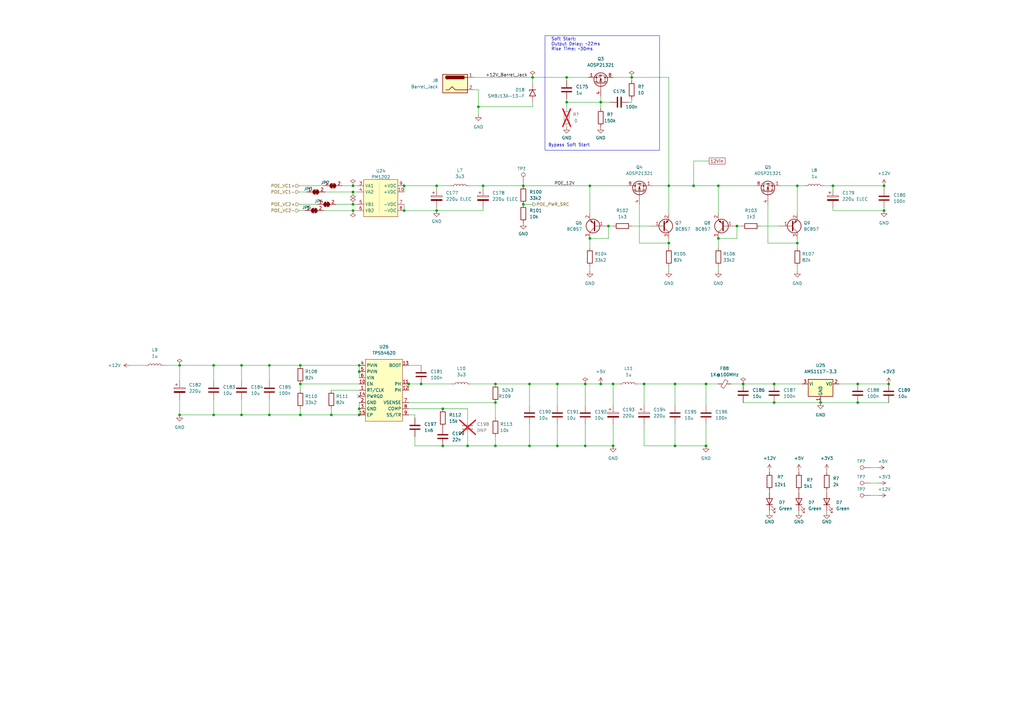
<source format=kicad_sch>
(kicad_sch (version 20230121) (generator eeschema)
  (paper "A3")
  (title_block (title "digital supply") (date "2023-11-27") (rev "r0_3") (company "M-Labs Limited") (comment 1 "Linus Woo Chun Kit"))
  (junction (at 259.08 31.75))
  (junction (at 87.63 149.86))
  (junction (at 179.07 86.36))
  (junction (at 165.735 86.36))
  (junction (at 364.49 157.48))
  (junction (at 241.935 97.79))
  (junction (at 276.86 157.48))
  (junction (at 144.78 76.2))
  (junction (at 181.61 182.88))
  (junction (at 274.32 99.695))
  (junction (at 147.32 167.64))
  (junction (at 241.935 76.2))
  (junction (at 251.46 182.88))
  (junction (at 181.61 167.64))
  (junction (at 144.78 83.82))
  (junction (at 284.48 76.2))
  (junction (at 246.38 157.48))
  (junction (at 317.5 165.1))
  (junction (at 228.6 157.48))
  (junction (at 203.2 157.48))
  (junction (at 362.585 86.36))
  (junction (at 251.46 157.48))
  (junction (at 110.49 170.18))
  (junction (at 144.78 86.36))
  (junction (at 167.64 157.48))
  (junction (at 274.32 76.2))
  (junction (at 135.89 170.18))
  (junction (at 73.66 170.18))
  (junction (at 214.63 83.82))
  (junction (at 302.26 92.71))
  (junction (at 246.38 41.91))
  (junction (at 196.215 43.815))
  (junction (at 240.03 182.88))
  (junction (at 147.32 149.86))
  (junction (at 203.2 182.88))
  (junction (at 336.55 165.1))
  (junction (at 240.03 157.48))
  (junction (at 249.555 92.71))
  (junction (at 110.49 149.86))
  (junction (at 351.79 165.1))
  (junction (at 294.64 97.79))
  (junction (at 123.19 170.18))
  (junction (at 317.5 157.48))
  (junction (at 289.56 157.48))
  (junction (at 351.79 157.48))
  (junction (at 203.2 165.1))
  (junction (at 327.025 76.2))
  (junction (at 217.17 182.88))
  (junction (at 214.63 76.2))
  (junction (at 304.8 157.48))
  (junction (at 217.17 157.48))
  (junction (at 179.07 76.2))
  (junction (at 87.63 170.18))
  (junction (at 232.41 31.75))
  (junction (at 362.585 76.2))
  (junction (at 144.78 78.74))
  (junction (at 123.19 149.86))
  (junction (at 341.63 76.2))
  (junction (at 73.66 149.86))
  (junction (at 165.735 76.2))
  (junction (at 218.44 31.75))
  (junction (at 327.025 99.695))
  (junction (at 99.06 170.18))
  (junction (at 294.64 76.2))
  (junction (at 289.56 182.88))
  (junction (at 232.41 41.91))
  (junction (at 147.32 152.4))
  (junction (at 228.6 182.88))
  (junction (at 191.77 182.88))
  (junction (at 99.06 149.86))
  (junction (at 123.19 157.48))
  (junction (at 276.86 182.88))
  (junction (at 147.32 170.18))
  (junction (at 172.72 157.48))
  (junction (at 198.12 76.2))
  (junction (at 264.16 157.48))
  (no_connect (at 147.32 162.56))
  (wire (pts (xy 337.82 76.2) (xy 341.63 76.2)))
  (wire (pts (xy 135.89 167.64) (xy 135.89 170.18)))
  (wire (pts (xy 294.64 76.2) (xy 309.88 76.2)))
  (wire (pts (xy 362.585 77.47) (xy 362.585 76.2)))
  (wire (pts (xy 87.63 149.86) (xy 99.06 149.86)))
  (wire (pts (xy 147.32 165.1) (xy 147.32 167.64)))
  (wire (pts (xy 165.735 86.36) (xy 179.07 86.36)))
  (wire (pts (xy 144.78 83.82) (xy 146.685 83.82)))
  (wire (pts (xy 140.335 76.2) (xy 144.78 76.2)))
  (wire (pts (xy 327.025 76.2) (xy 327.025 87.63)))
  (wire (pts (xy 110.49 149.86) (xy 123.19 149.86)))
  (wire (pts (xy 99.06 163.83) (xy 99.06 170.18)))
  (wire (pts (xy 339.09 209.55) (xy 339.09 210.185)))
  (wire (pts (xy 264.16 157.48) (xy 276.86 157.48)))
  (wire (pts (xy 241.935 76.2) (xy 257.175 76.2)))
  (wire (pts (xy 165.735 83.82) (xy 165.735 86.36)))
  (wire (pts (xy 294.64 97.79) (xy 294.64 101.6)))
  (wire (pts (xy 135.89 160.02) (xy 147.32 160.02)))
  (wire (pts (xy 228.6 182.88) (xy 240.03 182.88)))
  (wire (pts (xy 327.025 99.695) (xy 327.025 101.6)))
  (wire (pts (xy 218.44 31.75) (xy 194.31 31.75)))
  (wire (pts (xy 99.06 170.18) (xy 110.49 170.18)))
  (wire (pts (xy 110.49 170.18) (xy 123.19 170.18)))
  (wire (pts (xy 232.41 41.91) (xy 232.41 44.45)))
  (wire (pts (xy 192.405 76.2) (xy 198.12 76.2)))
  (wire (pts (xy 274.32 76.2) (xy 284.48 76.2)))
  (wire (pts (xy 341.63 76.2) (xy 362.585 76.2)))
  (wire (pts (xy 304.8 165.1) (xy 317.5 165.1)))
  (wire (pts (xy 170.18 179.07) (xy 170.18 182.88)))
  (wire (pts (xy 203.2 182.88) (xy 203.2 179.07)))
  (wire (pts (xy 181.61 167.64) (xy 191.77 167.64)))
  (wire (pts (xy 217.17 157.48) (xy 217.17 166.37)))
  (wire (pts (xy 53.34 149.86) (xy 59.69 149.86)))
  (wire (pts (xy 267.335 76.2) (xy 274.32 76.2)))
  (wire (pts (xy 122.555 83.82) (xy 130.175 83.82)))
  (wire (pts (xy 246.38 41.91) (xy 250.19 41.91)))
  (wire (pts (xy 147.32 149.86) (xy 147.32 152.4)))
  (wire (pts (xy 167.64 149.86) (xy 172.72 149.86)))
  (wire (pts (xy 123.19 157.48) (xy 123.19 160.02)))
  (wire (pts (xy 123.19 167.64) (xy 123.19 170.18)))
  (wire (pts (xy 73.66 163.83) (xy 73.66 170.18)))
  (wire (pts (xy 240.03 157.48) (xy 240.03 166.37)))
  (wire (pts (xy 132.715 86.36) (xy 144.78 86.36)))
  (wire (pts (xy 251.46 182.88) (xy 251.46 173.99)))
  (wire (pts (xy 259.08 40.64) (xy 259.08 41.91)))
  (wire (pts (xy 317.5 157.48) (xy 328.93 157.48)))
  (wire (pts (xy 276.86 157.48) (xy 289.56 157.48)))
  (wire (pts (xy 99.06 149.86) (xy 110.49 149.86)))
  (wire (pts (xy 320.04 76.2) (xy 327.025 76.2)))
  (wire (pts (xy 167.64 165.1) (xy 203.2 165.1)))
  (wire (pts (xy 284.48 76.2) (xy 294.64 76.2)))
  (wire (pts (xy 289.56 173.99) (xy 289.56 182.88)))
  (wire (pts (xy 251.46 157.48) (xy 251.46 166.37)))
  (wire (pts (xy 274.32 76.2) (xy 274.32 87.63)))
  (wire (pts (xy 123.19 157.48) (xy 147.32 157.48)))
  (wire (pts (xy 196.215 36.83) (xy 194.31 36.83)))
  (wire (pts (xy 218.44 41.91) (xy 218.44 43.815)))
  (wire (pts (xy 87.63 170.18) (xy 99.06 170.18)))
  (wire (pts (xy 135.89 170.18) (xy 147.32 170.18)))
  (wire (pts (xy 351.79 157.48) (xy 364.49 157.48)))
  (wire (pts (xy 179.07 76.2) (xy 179.07 77.47)))
  (wire (pts (xy 327.025 76.2) (xy 330.2 76.2)))
  (wire (pts (xy 123.19 149.86) (xy 147.32 149.86)))
  (wire (pts (xy 276.86 166.37) (xy 276.86 157.48)))
  (wire (pts (xy 144.78 78.74) (xy 146.685 78.74)))
  (wire (pts (xy 276.86 182.88) (xy 289.56 182.88)))
  (wire (pts (xy 232.41 40.64) (xy 232.41 41.91)))
  (wire (pts (xy 73.66 156.21) (xy 73.66 149.86)))
  (wire (pts (xy 232.41 41.91) (xy 246.38 41.91)))
  (wire (pts (xy 214.63 74.93) (xy 214.63 76.2)))
  (wire (pts (xy 198.12 76.2) (xy 214.63 76.2)))
  (wire (pts (xy 294.64 109.22) (xy 294.64 111.125)))
  (wire (pts (xy 122.555 86.36) (xy 125.095 86.36)))
  (wire (pts (xy 259.08 31.75) (xy 259.08 33.02)))
  (wire (pts (xy 217.17 157.48) (xy 228.6 157.48)))
  (wire (pts (xy 232.41 31.75) (xy 232.41 33.02)))
  (wire (pts (xy 259.08 41.91) (xy 257.81 41.91)))
  (wire (pts (xy 356.87 203.2) (xy 360.68 203.2)))
  (wire (pts (xy 246.38 39.37) (xy 246.38 41.91)))
  (wire (pts (xy 362.585 85.09) (xy 362.585 86.36)))
  (wire (pts (xy 203.2 157.48) (xy 217.17 157.48)))
  (wire (pts (xy 344.17 157.48) (xy 351.79 157.48)))
  (wire (pts (xy 123.19 170.18) (xy 135.89 170.18)))
  (wire (pts (xy 339.09 193.675) (xy 339.09 193.04)))
  (wire (pts (xy 198.12 76.2) (xy 198.12 77.47)))
  (wire (pts (xy 170.18 182.88) (xy 181.61 182.88)))
  (wire (pts (xy 294.64 76.2) (xy 294.64 87.63)))
  (wire (pts (xy 284.48 66.04) (xy 284.48 76.2)))
  (wire (pts (xy 290.83 66.04) (xy 284.48 66.04)))
  (wire (pts (xy 218.44 31.75) (xy 218.44 34.29)))
  (wire (pts (xy 191.77 182.88) (xy 203.2 182.88)))
  (wire (pts (xy 172.72 157.48) (xy 185.42 157.48)))
  (wire (pts (xy 261.62 157.48) (xy 264.16 157.48)))
  (wire (pts (xy 315.595 201.93) (xy 315.595 201.295)))
  (wire (pts (xy 251.46 31.75) (xy 259.08 31.75)))
  (wire (pts (xy 327.025 109.22) (xy 327.025 111.125)))
  (wire (pts (xy 110.49 163.83) (xy 110.49 170.18)))
  (wire (pts (xy 314.96 99.695) (xy 327.025 99.695)))
  (wire (pts (xy 249.555 92.71) (xy 251.46 92.71)))
  (wire (pts (xy 341.63 76.2) (xy 341.63 77.47)))
  (wire (pts (xy 203.2 182.88) (xy 217.17 182.88)))
  (wire (pts (xy 254 157.48) (xy 251.46 157.48)))
  (wire (pts (xy 360.045 191.77) (xy 356.87 191.77)))
  (wire (pts (xy 196.215 43.815) (xy 218.44 43.815)))
  (wire (pts (xy 246.38 41.91) (xy 246.38 44.45)))
  (wire (pts (xy 241.935 97.79) (xy 241.935 101.6)))
  (wire (pts (xy 198.12 85.09) (xy 198.12 86.36)))
  (wire (pts (xy 241.935 76.2) (xy 241.935 87.63)))
  (wire (pts (xy 314.96 83.82) (xy 314.96 99.695)))
  (wire (pts (xy 228.6 157.48) (xy 240.03 157.48)))
  (wire (pts (xy 264.16 182.88) (xy 264.16 173.99)))
  (wire (pts (xy 73.66 149.86) (xy 87.63 149.86)))
  (wire (pts (xy 315.595 193.675) (xy 315.595 193.04)))
  (wire (pts (xy 262.255 83.82) (xy 262.255 99.695)))
  (wire (pts (xy 179.07 86.36) (xy 179.07 85.09)))
  (wire (pts (xy 179.07 76.2) (xy 184.785 76.2)))
  (wire (pts (xy 147.32 167.64) (xy 147.32 170.18)))
  (wire (pts (xy 299.72 157.48) (xy 304.8 157.48)))
  (wire (pts (xy 196.215 43.815) (xy 196.215 36.83)))
  (wire (pts (xy 274.32 109.22) (xy 274.32 111.125)))
  (wire (pts (xy 241.935 109.22) (xy 241.935 111.125)))
  (wire (pts (xy 144.78 76.2) (xy 146.685 76.2)))
  (wire (pts (xy 232.41 31.75) (xy 241.3 31.75)))
  (wire (pts (xy 87.63 149.86) (xy 87.63 156.21)))
  (wire (pts (xy 165.735 76.2) (xy 165.735 78.74)))
  (wire (pts (xy 317.5 165.1) (xy 336.55 165.1)))
  (wire (pts (xy 203.2 171.45) (xy 203.2 165.1)))
  (wire (pts (xy 339.09 201.295) (xy 339.09 201.93)))
  (wire (pts (xy 167.64 157.48) (xy 172.72 157.48)))
  (wire (pts (xy 122.555 76.2) (xy 132.715 76.2)))
  (wire (pts (xy 137.795 83.82) (xy 144.78 83.82)))
  (wire (pts (xy 147.32 152.4) (xy 147.32 154.94)))
  (wire (pts (xy 170.18 170.18) (xy 170.18 171.45)))
  (wire (pts (xy 193.04 157.48) (xy 203.2 157.48)))
  (wire (pts (xy 241.935 97.79) (xy 249.555 97.79)))
  (wire (pts (xy 133.35 78.74) (xy 144.78 78.74)))
  (wire (pts (xy 198.12 86.36) (xy 179.07 86.36)))
  (wire (pts (xy 214.63 83.82) (xy 218.44 83.82)))
  (wire (pts (xy 144.78 86.36) (xy 146.685 86.36)))
  (wire (pts (xy 327.66 193.04) (xy 327.66 193.675)))
  (wire (pts (xy 228.6 157.48) (xy 228.6 166.37)))
  (wire (pts (xy 218.44 31.75) (xy 232.41 31.75)))
  (wire (pts (xy 264.16 182.88) (xy 276.86 182.88)))
  (wire (pts (xy 87.63 163.83) (xy 87.63 170.18)))
  (wire (pts (xy 191.77 182.88) (xy 191.77 179.07)))
  (wire (pts (xy 249.555 97.79) (xy 249.555 92.71)))
  (wire (pts (xy 294.64 97.79) (xy 302.26 97.79)))
  (wire (pts (xy 240.03 173.99) (xy 240.03 182.88)))
  (wire (pts (xy 217.17 173.99) (xy 217.17 182.88)))
  (wire (pts (xy 167.64 170.18) (xy 170.18 170.18)))
  (wire (pts (xy 327.025 97.79) (xy 327.025 99.695)))
  (wire (pts (xy 165.735 76.2) (xy 179.07 76.2)))
  (wire (pts (xy 315.595 210.185) (xy 315.595 209.55)))
  (wire (pts (xy 246.38 157.48) (xy 251.46 157.48)))
  (wire (pts (xy 181.61 182.88) (xy 191.77 182.88)))
  (wire (pts (xy 341.63 86.36) (xy 362.585 86.36)))
  (wire (pts (xy 327.66 210.185) (xy 327.66 209.55)))
  (wire (pts (xy 73.66 170.18) (xy 87.63 170.18)))
  (wire (pts (xy 276.86 173.99) (xy 276.86 182.88)))
  (wire (pts (xy 302.26 92.71) (xy 304.165 92.71)))
  (wire (pts (xy 67.31 149.86) (xy 73.66 149.86)))
  (wire (pts (xy 228.6 173.99) (xy 228.6 182.88)))
  (wire (pts (xy 110.49 149.86) (xy 110.49 156.21)))
  (wire (pts (xy 264.16 166.37) (xy 264.16 157.48)))
  (wire (pts (xy 191.77 167.64) (xy 191.77 171.45)))
  (wire (pts (xy 327.66 201.93) (xy 327.66 201.295)))
  (wire (pts (xy 360.68 198.12) (xy 356.87 198.12)))
  (wire (pts (xy 240.03 182.88) (xy 251.46 182.88)))
  (wire (pts (xy 274.32 99.695) (xy 274.32 101.6)))
  (wire (pts (xy 122.555 78.74) (xy 125.73 78.74)))
  (wire (pts (xy 262.255 99.695) (xy 274.32 99.695)))
  (wire (pts (xy 341.63 86.36) (xy 341.63 85.09)))
  (wire (pts (xy 351.79 165.1) (xy 364.49 165.1)))
  (wire (pts (xy 167.64 167.64) (xy 181.61 167.64)))
  (wire (pts (xy 304.8 157.48) (xy 317.5 157.48)))
  (wire (pts (xy 274.32 31.75) (xy 274.32 76.2)))
  (wire (pts (xy 259.08 92.71) (xy 266.7 92.71)))
  (wire (pts (xy 99.06 156.21) (xy 99.06 149.86)))
  (wire (pts (xy 311.785 92.71) (xy 319.405 92.71)))
  (wire (pts (xy 289.56 157.48) (xy 294.64 157.48)))
  (wire (pts (xy 302.26 97.79) (xy 302.26 92.71)))
  (wire (pts (xy 167.64 157.48) (xy 167.64 160.02)))
  (wire (pts (xy 259.08 31.75) (xy 274.32 31.75)))
  (wire (pts (xy 214.63 76.2) (xy 241.935 76.2)))
  (wire (pts (xy 274.32 97.79) (xy 274.32 99.695)))
  (wire (pts (xy 240.03 157.48) (xy 246.38 157.48)))
  (wire (pts (xy 217.17 182.88) (xy 228.6 182.88)))
  (wire (pts (xy 196.215 46.99) (xy 196.215 43.815)))
  (wire (pts (xy 289.56 166.37) (xy 289.56 157.48)))
  (wire (pts (xy 336.55 165.1) (xy 351.79 165.1)))
  (rectangle (start 223.52 14.605) (end 270.51 61.595))
  (text "Bypass Soft Start" (at 241.935 60.325 0) (effects (font (size 1.27 1.27)) (justify right bottom)))
  (text "Soft Start:\nOutput Delay: ~22ms\nRise Time: ~30ms\n" (at 226.06 20.955 0) (effects (font (size 1.27 1.27)) (justify left bottom)))
  (label "POE_12V" (at 227.33 76.2 0))
  (label "+12V_Barrel_Jack" (at 199.136 31.75 0))
  (global_label "12Vin" (shape passive) (at 290.83 66.04 0) (property "Intersheetrefs" "${INTERSHEET_REFS}" (effects hide)))
  (hierarchical_label "POE_PWR_SRC" (shape output) (at 218.44 83.82 0))
  (hierarchical_label "POE_VC2+" (shape input) (at 122.555 83.82 180))
  (hierarchical_label "POE_VC2-" (shape input) (at 122.555 86.36 180))
  (hierarchical_label "POE_VC1-" (shape input) (at 122.555 78.74 180))
  (hierarchical_label "POE_VC1+" (shape input) (at 122.555 76.2 180))
  (symbol (lib_id "Device:L") (at 189.23 157.48 90) (unit 1)
    (property "Reference" "L10" (at 189.23 151.13 90))
    (property "Value" "3u3" (at 189.23 153.67 90))
    (property "Footprint" "Inductor_SMD:L_Wuerth_MAPI-4020" (effects hide))
    (property "MFR_PN" "74438356033" (effects hide))
  )
  (symbol (lib_id "Device:C") (at 276.86 170.18 0) (unit 1)
    (property "Reference" "C195" (at 280.67 168.9099 0) (effects (justify left)))
    (property "Value" "10u" (at 280.67 171.4499 0) (effects (justify left)))
    (property "Footprint" "Capacitor_SMD:C_0805_2012Metric" (effects hide))
    (property "MFR_PN" "CL21B106KOQNNNG" (effects hide))
    (property "MFR_PN_ALT" "CL21B106KOQNNNE" (effects hide))
  )
  (symbol (lib_id "Device:C") (at 362.585 81.28 0) (unit 1)
    (property "Reference" "C180" (at 366.395 80.0099 0) (effects (justify left)))
    (property "Value" "100n" (at 366.395 82.5499 0) (effects (justify left)))
    (property "Footprint" "Capacitor_SMD:C_0603_1608Metric" (effects hide))
    (property "MFR_PN" "CL10B104KB8NNWC" (effects hide))
    (property "MFR_PN_ALT" "CL10B104KB8NNNL" (effects hide))
  )
  (symbol (lib_id "power:+5V") (at 327.66 193.04 0) (unit 1)
    (property "Reference" "#PWR0211" (effects hide))
    (property "Value" "+5V" (at 327.66 187.96 0))
  )
  (symbol (lib_id "Jumper:SolderJumper_2_Bridged") (at 136.525 76.2 0) (unit 1) (in_bom no)
    (property "Reference" "JP2" (at 133.35 74.93 0))
    (property "Value" "SolderJumper_2_Bridged" (effects hide))
    (property "Footprint" "Jumper:SolderJumper-2_P1.3mm_Bridged2Bar_Pad1.0x1.5mm" (effects hide))
  )
  (symbol (lib_id "Device:C_Polarized") (at 341.63 81.28 0) (unit 1)
    (property "Reference" "C179" (at 345.44 79.121 0) (effects (justify left)))
    (property "Value" "220u ELEC" (at 345.44 81.661 0) (effects (justify left)))
    (property "Footprint" "kirdy:Cap_Elec_SMD_865080345012" (effects hide))
    (property "MFR_PN" "865080345012" (effects hide))
  )
  (symbol (lib_id "Device:C_Polarized") (at 179.07 81.28 0) (unit 1)
    (property "Reference" "C177" (at 182.88 79.121 0) (effects (justify left)))
    (property "Value" "220u ELEC" (at 182.88 81.661 0) (effects (justify left)))
    (property "Footprint" "kirdy:Cap_Elec_SMD_865080345012" (effects hide))
    (property "MFR_PN" "865080345012" (effects hide))
    (instances (project "kirdy" (path "" (reference "C177") (unit 1)) (path "" (reference "C?") (unit 1))))
  )
  (symbol (lib_id "Device:R") (at 294.64 105.41 0) (unit 1)
    (property "Reference" "R106" (at 296.545 104.1399 0) (effects (justify left)))
    (property "Value" "33k2" (at 296.545 106.6799 0) (effects (justify left)))
    (property "Footprint" "Resistor_SMD:R_0603_1608Metric" (effects hide))
    (property "MFR_PN" "CR0603-FX-3322ELF" (effects hide))
    (property "MFR_PN_ALT" "RC0603FR-0733K2L" (effects hide))
  )
  (symbol (lib_id "Device:C") (at 170.18 175.26 0) (unit 1)
    (property "Reference" "C197" (at 173.99 173.9899 0) (effects (justify left)))
    (property "Value" "1n6" (at 173.99 176.5299 0) (effects (justify left)))
    (property "Footprint" "Capacitor_SMD:C_0603_1608Metric" (effects hide))
    (property "MFR_PN" "GCM1885C1H162FA16D" (effects hide))
    (property "MFR_PN_ALT" "C0603C162J5GAC7867" (effects hide))
  )
  (symbol (lib_id "Device:C_Polarized") (at 264.16 170.18 0) (unit 1)
    (property "Reference" "C194" (at 267.97 168.0209 0) (effects (justify left)))
    (property "Value" "220u" (at 267.97 170.5609 0) (effects (justify left)))
    (property "Footprint" "Capacitor_Tantalum_SMD:CP_EIA-7343-15_Kemet-W" (effects hide))
    (property "MFR_PN" "T491D227K016AT" (effects hide))
    (property "MFR_PN_ALT" "293D227X9016E2TE3" (effects hide))
  )
  (symbol (lib_id "Transistor_BJT:BC857") (at 324.485 92.71 0) (mirror x) (unit 1)
    (property "Reference" "Q9" (at 329.565 91.4399 0) (effects (justify left)))
    (property "Value" "BC857" (at 329.565 93.9799 0) (effects (justify left)))
    (property "Footprint" "Package_TO_SOT_SMD:SOT-23" (effects hide))
    (property "Datasheet" "https://www.onsemi.com/pub/Collateral/BC860-D.pdf" (effects hide))
    (property "MFR_PN" "BC857B-TP" (effects hide))
    (property "MFR_PN_ALT" "BC857C-TP" (effects hide))
  )
  (symbol (lib_id "Device:C") (at 240.03 170.18 0) (unit 1)
    (property "Reference" "C192" (at 243.84 168.9099 0) (effects (justify left)))
    (property "Value" "10u" (at 243.84 171.4499 0) (effects (justify left)))
    (property "Footprint" "Capacitor_SMD:C_0805_2012Metric" (effects hide))
    (property "MFR_PN" "CL21B106KOQNNNG" (effects hide))
    (property "MFR_PN_ALT" "CL21B106KOQNNNE" (effects hide))
  )
  (symbol (lib_id "power:+12V") (at 315.595 193.04 0) (unit 1)
    (property "Reference" "#PWR0210" (effects hide))
    (property "Value" "+12V" (at 315.595 187.96 0))
  )
  (symbol (lib_id "power:GND") (at 196.215 46.99 0) (mirror y) (unit 1)
    (property "Reference" "#PWR0191" (effects hide))
    (property "Value" "GND" (at 196.215 52.07 0))
  )
  (symbol (lib_id "power:GND") (at 274.32 111.125 0) (unit 1)
    (property "Reference" "#PWR0199" (effects hide))
    (property "Value" "GND" (at 274.32 116.205 0))
  )
  (symbol (lib_id "Device:R") (at 181.61 171.45 0) (unit 1)
    (property "Reference" "R112" (at 184.15 170.1799 0) (effects (justify left)))
    (property "Value" "15k" (at 184.15 172.7199 0) (effects (justify left)))
    (property "Footprint" "Resistor_SMD:R_0603_1608Metric" (effects hide))
    (property "MFR_PN" "RT0603FRE0715KL" (effects hide))
  )
  (symbol (lib_id "Device:C") (at 304.8 161.29 0) (unit 1)
    (property "Reference" "C186" (at 308.61 160.0199 0) (effects (justify left)))
    (property "Value" "10u" (at 308.61 162.5599 0) (effects (justify left)))
    (property "Footprint" "Capacitor_SMD:C_0805_2012Metric" (effects hide))
    (property "MFR_PN" "CL21B106KOQNNNG" (effects hide))
    (property "MFR_PN_ALT" "CL21B106KOQNNNE" (effects hide))
  )
  (symbol (lib_id "Device:C") (at 351.79 161.29 0) (unit 1)
    (property "Reference" "C188" (at 355.6 160.0199 0) (effects (justify left)))
    (property "Value" "100n" (at 355.6 162.5599 0) (effects (justify left)))
    (property "Footprint" "Capacitor_SMD:C_0603_1608Metric" (effects hide))
    (property "MFR_PN" "CL10B104KB8NNWC" (effects hide))
    (property "MFR_PN_ALT" "CL10B104KB8NNNL" (effects hide))
  )
  (symbol (lib_id "power:+12V") (at 362.585 76.2 0) (unit 1)
    (property "Reference" "#PWR0194" (effects hide))
    (property "Value" "+12V" (at 362.585 71.12 0))
  )
  (symbol (lib_id "power:PWR_FLAG") (at 304.8 157.48 0) (unit 1)
    (property "Reference" "#FLG027" (effects hide))
    (property "Value" "PWR_FLAG" (effects hide))
  )
  (symbol (lib_id "power:GND") (at 241.935 111.125 0) (unit 1)
    (property "Reference" "#PWR0198" (effects hide))
    (property "Value" "GND" (at 241.935 116.205 0))
  )
  (symbol (lib_id "Device:L") (at 188.595 76.2 90) (unit 1)
    (property "Reference" "L7" (at 188.595 69.85 90))
    (property "Value" "3u3" (at 188.595 72.39 90))
    (property "Footprint" "Inductor_SMD:L_Wuerth_MAPI-4020" (effects hide))
    (property "MFR_PN" "74438356033" (effects hide))
  )
  (symbol (lib_id "Device:C") (at 87.63 160.02 0) (unit 1)
    (property "Reference" "C183" (at 91.44 158.7499 0) (effects (justify left)))
    (property "Value" "10u" (at 91.44 161.2899 0) (effects (justify left)))
    (property "Footprint" "Capacitor_SMD:C_0805_2012Metric" (effects hide))
    (property "MFR_PN" "CL21B106KOQNNNG" (effects hide))
    (property "MFR_PN_ALT" "CL21B106KOQNNNE" (effects hide))
  )
  (symbol (lib_id "power:PWR_FLAG") (at 144.78 86.36 180) (unit 1)
    (property "Reference" "#FLG024" (effects hide))
    (property "Value" "PWR_FLAG" (effects hide))
  )
  (symbol (lib_id "Device:R") (at 123.19 153.67 0) (unit 1)
    (property "Reference" "R108" (at 125.095 152.3999 0) (effects (justify left)))
    (property "Value" "82k" (at 125.095 154.9399 0) (effects (justify left)))
    (property "Footprint" "Resistor_SMD:R_0603_1608Metric" (effects hide))
    (property "MFR_PN" "CRGCQ0603F82K" (effects hide))
    (property "MFR_PN_ALT" "RMCF0603FT82K0" (effects hide))
  )
  (symbol (lib_id "Connector:TestPoint") (at 356.87 203.2 90) (unit 1)
    (property "Reference" "TP?" (at 354.965 200.66 90) (effects (justify left)))
    (property "Value" "TestPoint" (effects hide))
    (property "Footprint" "TestPoint:TestPoint_Pad_1.0x1.0mm" (effects hide))
    (instances (project "kirdy" (path "" (reference "TP?") (unit 1)) (path "" (reference "TP?") (unit 1)) (path "" (reference "TP15") (unit 1))))
  )
  (symbol (lib_id "Device:C_Polarized") (at 251.46 170.18 0) (unit 1)
    (property "Reference" "C193" (at 255.27 168.0209 0) (effects (justify left)))
    (property "Value" "220u" (at 255.27 170.5609 0) (effects (justify left)))
    (property "Footprint" "Capacitor_Tantalum_SMD:CP_EIA-7343-15_Kemet-W" (effects hide))
    (property "MFR_PN" "T491D227K016AT" (effects hide))
    (property "MFR_PN_ALT" "293D227X9016E2TE3" (effects hide))
  )
  (symbol (lib_id "kirdy:PM1202") (at 155.575 83.82 0) (unit 1)
    (property "Reference" "U24" (at 156.21 70.0872 0))
    (property "Value" "PM1202" (at 156.21 72.6241 0))
    (property "Footprint" "kirdy:PM1202" (effects hide))
    (property "Datasheet" "https://www.sdapo.net/product/product-12-386.html" (effects hide))
    (property "MFR_PN" "PM1202" (effects hide))
  )
  (symbol (lib_id "Device:R") (at 307.975 92.71 90) (unit 1)
    (property "Reference" "R103" (at 307.975 86.36 90))
    (property "Value" "1k3" (at 307.975 88.9 90))
    (property "Footprint" "Resistor_SMD:R_0603_1608Metric" (effects hide))
    (property "MFR_PN" "RC0603FR-071K3L" (effects hide))
    (property "MFR_PN_ALT" "CRCW06031K30FKEAC" (effects hide))
  )
  (symbol (lib_id "Device:C") (at 172.72 153.67 0) (unit 1)
    (property "Reference" "C181" (at 176.53 152.3999 0) (effects (justify left)))
    (property "Value" "100n" (at 176.53 154.9399 0) (effects (justify left)))
    (property "Footprint" "Capacitor_SMD:C_0603_1608Metric" (effects hide))
    (property "MFR_PN" "CL10B104KB8NNWC" (effects hide))
    (property "MFR_PN_ALT" "CL10B104KB8NNNL" (effects hide))
  )
  (symbol (lib_id "Device:R") (at 232.41 48.26 180) (unit 1) (dnp yes)
    (property "Reference" "R?" (at 236.22 46.99 0))
    (property "Value" "0" (at 236.22 49.53 0))
    (property "Footprint" "Resistor_SMD:R_0603_1608Metric" (effects hide))
    (property "MFR_PN" "RMCF0603ZT0R00" (effects hide))
    (property "MFR_PN_ALT" "CR0603-J/-000ELF" (effects hide))
    (instances (project "kirdy" (path "" (reference "R?") (unit 1)) (path "" (reference "R98") (unit 1))))
  )
  (symbol (lib_id "Diode:SM6T15A") (at 218.44 38.1 90) (mirror x) (unit 1)
    (property "Reference" "D18" (at 215.265 36.8299 90) (effects (justify left)))
    (property "Value" "SMBJ13A-13-F" (at 215.265 39.3699 90) (effects (justify left)))
    (property "Footprint" "Diode_SMD:D_SMB" (effects hide))
    (property "Datasheet" "https://www.st.com/resource/en/datasheet/sm6t.pdf" (effects hide))
    (property "MFR_PN" "SMBJ13A-13-F" (effects hide))
    (property "MFR_PN_ALT" "P6SMB16A" (effects hide))
  )
  (symbol (lib_id "power:PWR_FLAG") (at 144.78 78.74 180) (unit 1)
    (property "Reference" "#FLG022" (effects hide))
    (property "Value" "PWR_FLAG" (effects hide))
  )
  (symbol (lib_id "Device:LED") (at 315.595 205.74 90) (unit 1)
    (property "Reference" "D?" (at 319.405 206.0575 90) (effects (justify right)))
    (property "Value" "Green" (at 319.405 208.5975 90) (effects (justify right)))
    (property "Footprint" "LED_SMD:LED_0603_1608Metric" (effects hide))
    (property "MFR_PN" "150060GS75000" (effects hide))
    (instances (project "kirdy" (path "" (reference "D?") (unit 1)) (path "" (reference "D19") (unit 1))))
  )
  (symbol (lib_id "power:PWR_FLAG") (at 144.78 83.82 0) (unit 1)
    (property "Reference" "#FLG023" (effects hide))
    (property "Value" "PWR_FLAG" (effects hide))
  )
  (symbol (lib_id "Jumper:SolderJumper_2_Bridged") (at 128.905 86.36 0) (unit 1) (in_bom no)
    (property "Reference" "JP5" (at 125.73 85.09 0))
    (property "Value" "SolderJumper_2_Bridged" (effects hide))
    (property "Footprint" "Jumper:SolderJumper-2_P1.3mm_Bridged2Bar_Pad1.0x1.5mm" (effects hide))
  )
  (symbol (lib_id "Device:C") (at 228.6 170.18 0) (unit 1)
    (property "Reference" "C191" (at 232.41 168.9099 0) (effects (justify left)))
    (property "Value" "10u" (at 232.41 171.4499 0) (effects (justify left)))
    (property "Footprint" "Capacitor_SMD:C_0805_2012Metric" (effects hide))
    (property "MFR_PN" "CL21B106KOQNNNG" (effects hide))
    (property "MFR_PN_ALT" "CL21B106KOQNNNE" (effects hide))
  )
  (symbol (lib_id "Device:R") (at 203.2 161.29 180) (unit 1)
    (property "Reference" "R109" (at 207.01 162.56 0))
    (property "Value" "52k3" (at 208.28 160.02 0))
    (property "Footprint" "Resistor_SMD:R_0603_1608Metric" (effects hide))
    (property "MFR_PN" "CR0603-FX-5232ELF" (effects hide))
    (property "MFR_PN_ALT" "ERJ-3EKF5232V" (effects hide))
  )
  (symbol (lib_id "Device:C") (at 191.77 175.26 0) (unit 1) (dnp yes)
    (property "Reference" "C198" (at 195.58 173.9899 0) (effects (justify left)))
    (property "Value" "DNP" (at 195.58 176.5299 0) (effects (justify left)))
    (property "Footprint" "Capacitor_SMD:C_0603_1608Metric" (effects hide))
  )
  (symbol (lib_id "power:PWR_FLAG") (at 259.08 31.75 0) (mirror y) (unit 1)
    (property "Reference" "#FLG020" (effects hide))
    (property "Value" "PWR_FLAG" (effects hide))
  )
  (symbol (lib_id "Device:R") (at 214.63 80.01 0) (unit 1)
    (property "Reference" "R100" (at 217.17 78.7399 0) (effects (justify left)))
    (property "Value" "33k2" (at 217.17 81.2799 0) (effects (justify left)))
    (property "Footprint" "Resistor_SMD:R_0603_1608Metric" (effects hide))
    (property "MFR_PN" "CR0603-FX-3322ELF" (effects hide))
    (property "MFR_PN_ALT" "RC0603FR-0733K2L" (effects hide))
  )
  (symbol (lib_id "power:GND") (at 73.66 170.18 0) (unit 1)
    (property "Reference" "#PWR0206" (effects hide))
    (property "Value" "GND" (at 73.66 175.26 0))
  )
  (symbol (lib_id "Device:R") (at 255.27 92.71 90) (unit 1)
    (property "Reference" "R102" (at 255.27 86.36 90))
    (property "Value" "1k3" (at 255.27 88.9 90))
    (property "Footprint" "Resistor_SMD:R_0603_1608Metric" (effects hide))
    (property "MFR_PN" "RC0603FR-071K3L" (effects hide))
    (property "MFR_PN_ALT" "CRCW06031K30FKEAC" (effects hide))
  )
  (symbol (lib_id "Device:L") (at 257.81 157.48 90) (unit 1)
    (property "Reference" "L11" (at 257.81 151.13 90))
    (property "Value" "1u" (at 257.81 153.67 90))
    (property "Footprint" "Inductor_SMD:L_1008_2520Metric" (effects hide))
    (property "MFR_PN" "DFE252012F-1R0M=P2" (effects hide))
    (property "MFR_PN_ALT" "DFE252012P-1R0M=P2" (effects hide))
  )
  (symbol (lib_id "Device:LED") (at 327.66 205.74 90) (unit 1)
    (property "Reference" "D?" (at 331.47 206.0575 90) (effects (justify right)))
    (property "Value" "Green" (at 331.47 208.5975 90) (effects (justify right)))
    (property "Footprint" "LED_SMD:LED_0603_1608Metric" (effects hide))
    (property "MFR_PN" "150060GS75000" (effects hide))
    (instances (project "kirdy" (path "" (reference "D?") (unit 1)) (path "" (reference "D20") (unit 1))))
  )
  (symbol (lib_id "Device:R") (at 259.08 36.83 180) (unit 1)
    (property "Reference" "R?" (at 262.89 35.56 0))
    (property "Value" "10" (at 262.89 38.1 0))
    (property "Footprint" "Resistor_SMD:R_0603_1608Metric" (effects hide))
    (property "MFR_PN" "RT0603BRD0710RL" (effects hide))
    (property "MFR_PN_ALT" "WR06X10R0FTL" (effects hide))
    (instances (project "kirdy" (path "" (reference "R?") (unit 1)) (path "" (reference "R97") (unit 1))))
  )
  (symbol (lib_id "Device:C") (at 289.56 170.18 0) (unit 1)
    (property "Reference" "C196" (at 293.37 168.9099 0) (effects (justify left)))
    (property "Value" "100n" (at 293.37 171.4499 0) (effects (justify left)))
    (property "Footprint" "Capacitor_SMD:C_0603_1608Metric" (effects hide))
    (property "MFR_PN" "CL10B104KB8NNWC" (effects hide))
    (property "MFR_PN_ALT" "CL10B104KB8NNNL" (effects hide))
  )
  (symbol (lib_id "power:+5V") (at 246.38 157.48 0) (unit 1)
    (property "Reference" "#PWR0203" (effects hide))
    (property "Value" "+5V" (at 246.38 152.4 0))
  )
  (symbol (lib_id "Device:R") (at 241.935 105.41 0) (unit 1)
    (property "Reference" "R104" (at 243.84 104.1399 0) (effects (justify left)))
    (property "Value" "33k2" (at 243.84 106.6799 0) (effects (justify left)))
    (property "Footprint" "Resistor_SMD:R_0603_1608Metric" (effects hide))
    (property "MFR_PN" "CR0603-FX-3322ELF" (effects hide))
    (property "MFR_PN_ALT" "RC0603FR-0733K2L" (effects hide))
  )
  (symbol (lib_id "power:PWR_FLAG") (at 73.66 149.86 0) (unit 1)
    (property "Reference" "#FLG025" (effects hide))
    (property "Value" "PWR_FLAG" (effects hide))
  )
  (symbol (lib_id "Transistor_BJT:BC857") (at 297.18 92.71 180) (unit 1)
    (property "Reference" "Q8" (at 291.465 91.4399 0) (effects (justify left)))
    (property "Value" "BC857" (at 291.465 93.9799 0) (effects (justify left)))
    (property "Footprint" "Package_TO_SOT_SMD:SOT-23" (effects hide))
    (property "Datasheet" "https://www.onsemi.com/pub/Collateral/BC860-D.pdf" (effects hide))
    (property "MFR_PN" "BC857B-TP" (effects hide))
    (property "MFR_PN_ALT" "BC857C-TP" (effects hide))
  )
  (symbol (lib_id "power:GND") (at 327.025 111.125 0) (unit 1)
    (property "Reference" "#PWR0201" (effects hide))
    (property "Value" "GND" (at 327.025 116.205 0))
  )
  (symbol (lib_id "Device:R") (at 327.66 197.485 180) (unit 1)
    (property "Reference" "R?" (at 332.105 196.85 0))
    (property "Value" "5k1" (at 331.47 199.39 0))
    (property "Footprint" "Resistor_SMD:R_0603_1608Metric" (effects hide))
    (property "MFR_PN" "RMCF0603FT5K10" (effects hide))
    (property "MFR_PN_ALT" "CR0603-FX-5101ELF" (effects hide))
    (instances (project "kirdy" (path "" (reference "R?") (unit 1)) (path "" (reference "R?") (unit 1)) (path "" (reference "R115") (unit 1))))
  )
  (symbol (lib_id "Device:R") (at 203.2 175.26 0) (unit 1)
    (property "Reference" "R113" (at 205.105 173.9899 0) (effects (justify left)))
    (property "Value" "10k" (at 205.105 176.5299 0) (effects (justify left)))
    (property "Footprint" "Resistor_SMD:R_0603_1608Metric" (effects hide))
    (property "MFR_PN" "RNCP0603FTD10K0" (effects hide))
    (property "MFR_PN_ALT" "RMCF0603FT10K0" (effects hide))
  )
  (symbol (lib_id "Device:R") (at 339.09 197.485 180) (unit 1)
    (property "Reference" "R?" (at 341.63 196.215 0) (effects (justify right)))
    (property "Value" "2k" (at 341.63 198.755 0) (effects (justify right)))
    (property "Footprint" "Resistor_SMD:R_0603_1608Metric" (effects hide))
    (property "MFR_PN" "RC0603FR-072KL" (effects hide))
    (property "MFR_PN_ALT" "ERJ-3EKF2001V" (effects hide))
    (instances (project "kirdy" (path "" (reference "R?") (unit 1)) (path "" (reference "R?") (unit 1)) (path "" (reference "R116") (unit 1))))
  )
  (symbol (lib_id "Device:C") (at 181.61 179.07 0) (unit 1)
    (property "Reference" "C199" (at 185.42 177.7999 0) (effects (justify left)))
    (property "Value" "22n" (at 185.42 180.3399 0) (effects (justify left)))
    (property "Footprint" "Capacitor_SMD:C_0603_1608Metric" (effects hide))
    (property "MFR_PN" "06035C223JAT2A" (effects hide))
    (property "MFR_PN_ALT" "0603B223J250CT" (effects hide))
  )
  (symbol (lib_id "power:+3V3") (at 339.09 193.04 0) (unit 1)
    (property "Reference" "#PWR0212" (effects hide))
    (property "Value" "+3V3" (at 339.09 187.96 0))
  )
  (symbol (lib_id "Device:C") (at 254 41.91 90) (unit 1)
    (property "Reference" "C176" (at 254 37.465 90))
    (property "Value" "100n" (at 259.08 43.815 90))
    (property "Footprint" "Capacitor_SMD:C_0603_1608Metric" (effects hide))
    (property "MFR_PN" "CL10B104KB8NNWC" (effects hide))
    (property "MFR_PN_ALT" "CL10B104KB8NNNL" (effects hide))
  )
  (symbol (lib_id "Transistor_FET:FDS9435A") (at 246.38 34.29 270) (mirror x) (unit 1)
    (property "Reference" "Q3" (at 246.38 24.13 90))
    (property "Value" "AOSP21321" (at 246.38 26.67 90))
    (property "Footprint" "Package_SO:SOIC-8_3.9x4.9mm_P1.27mm" (effects hide))
    (property "Datasheet" "https://www.onsemi.com/pub/Collateral/FDS9435A-D.PDF" (effects hide))
    (property "MFR_PN" "AOSP21321" (effects hide))
    (property "MFR_PN_ALT" "AO4411" (effects hide))
  )
  (symbol (lib_id "power:GND") (at 179.07 86.36 0) (unit 1)
    (property "Reference" "#PWR0195" (effects hide))
    (property "Value" "GND" (at 179.07 90.8034 0))
  )
  (symbol (lib_id "power:PWR_FLAG") (at 144.78 76.2 0) (unit 1)
    (property "Reference" "#FLG021" (effects hide))
    (property "Value" "PWR_FLAG" (effects hide))
  )
  (symbol (lib_id "power:GND") (at 362.585 86.36 0) (unit 1)
    (property "Reference" "#PWR0196" (effects hide))
    (property "Value" "GND" (at 362.585 91.44 0))
  )
  (symbol (lib_id "Device:C") (at 110.49 160.02 0) (unit 1)
    (property "Reference" "C185" (at 114.3 158.7499 0) (effects (justify left)))
    (property "Value" "100n" (at 114.3 161.2899 0) (effects (justify left)))
    (property "Footprint" "Capacitor_SMD:C_0603_1608Metric" (effects hide))
    (property "MFR_PN" "CL10B104KB8NNWC" (effects hide))
    (property "MFR_PN_ALT" "CL10B104KB8NNNL" (effects hide))
  )
  (symbol (lib_id "power:GND") (at 214.63 91.44 0) (unit 1)
    (property "Reference" "#PWR0197" (effects hide))
    (property "Value" "GND" (at 214.63 95.885 0))
  )
  (symbol (lib_id "Device:L") (at 63.5 149.86 90) (unit 1)
    (property "Reference" "L9" (at 63.5 143.51 90))
    (property "Value" "1u" (at 63.5 146.05 90))
    (property "Footprint" "Inductor_SMD:L_1008_2520Metric" (effects hide))
    (property "MFR_PN" "DFE252012F-1R0M=P2" (effects hide))
    (property "MFR_PN_ALT" "DFE252012P-1R0M=P2" (effects hide))
  )
  (symbol (lib_id "Device:R") (at 135.89 163.83 0) (unit 1)
    (property "Reference" "R111" (at 137.795 162.5599 0) (effects (justify left)))
    (property "Value" "82k" (at 137.795 165.0999 0) (effects (justify left)))
    (property "Footprint" "Resistor_SMD:R_0603_1608Metric" (effects hide))
    (property "MFR_PN" "CRGCQ0603F82K" (effects hide))
    (property "MFR_PN_ALT" "RMCF0603FT82K0" (effects hide))
  )
  (symbol (lib_id "power:GND") (at 339.09 210.185 0) (unit 1)
    (property "Reference" "#PWR?" (effects hide))
    (property "Value" "GND" (at 339.09 213.995 0))
    (instances (project "kirdy" (path "" (reference "#PWR?") (unit 1)) (path "" (reference "#PWR0217") (unit 1))))
  )
  (symbol (lib_id "Jumper:SolderJumper_2_Bridged") (at 133.985 83.82 0) (unit 1) (in_bom no)
    (property "Reference" "JP4" (at 130.81 82.55 0))
    (property "Value" "SolderJumper_2_Bridged" (effects hide))
    (property "Footprint" "Jumper:SolderJumper-2_P1.3mm_Bridged2Bar_Pad1.0x1.5mm" (effects hide))
  )
  (symbol (lib_id "Jumper:SolderJumper_2_Bridged") (at 129.54 78.74 0) (unit 1) (in_bom no)
    (property "Reference" "JP3" (at 126.365 77.47 0))
    (property "Value" "SolderJumper_2_Bridged" (effects hide))
    (property "Footprint" "Jumper:SolderJumper-2_P1.3mm_Bridged2Bar_Pad1.0x1.5mm" (effects hide))
  )
  (symbol (lib_id "power:GND") (at 294.64 111.125 0) (unit 1)
    (property "Reference" "#PWR0200" (effects hide))
    (property "Value" "GND" (at 294.64 116.205 0))
  )
  (symbol (lib_id "Device:C") (at 217.17 170.18 0) (unit 1)
    (property "Reference" "C190" (at 220.98 168.9099 0) (effects (justify left)))
    (property "Value" "10u" (at 220.98 171.4499 0) (effects (justify left)))
    (property "Footprint" "Capacitor_SMD:C_0805_2012Metric" (effects hide))
    (property "MFR_PN" "CL21B106KOQNNNG" (effects hide))
    (property "MFR_PN_ALT" "CL21B106KOQNNNE" (effects hide))
  )
  (symbol (lib_id "Transistor_BJT:BC857") (at 244.475 92.71 180) (unit 1)
    (property "Reference" "Q6" (at 238.76 91.4399 0) (effects (justify left)))
    (property "Value" "BC857" (at 238.76 93.9799 0) (effects (justify left)))
    (property "Footprint" "Package_TO_SOT_SMD:SOT-23" (effects hide))
    (property "Datasheet" "https://www.onsemi.com/pub/Collateral/BC860-D.pdf" (effects hide))
    (property "MFR_PN" "BC857B-TP" (effects hide))
    (property "MFR_PN_ALT" "BC857C-TP" (effects hide))
  )
  (symbol (lib_id "power:GND") (at 251.46 182.88 0) (unit 1)
    (property "Reference" "#PWR0207" (effects hide))
    (property "Value" "GND" (at 251.46 187.96 0))
  )
  (symbol (lib_id "Device:R") (at 214.63 87.63 0) (unit 1)
    (property "Reference" "R101" (at 217.17 86.3599 0) (effects (justify left)))
    (property "Value" "10k" (at 217.17 88.8999 0) (effects (justify left)))
    (property "Footprint" "Resistor_SMD:R_0603_1608Metric" (effects hide))
    (property "MFR_PN" "RNCP0603FTD10K0" (effects hide))
    (property "MFR_PN_ALT" "RMCF0603FT10K0" (effects hide))
  )
  (symbol (lib_id "Connector:TestPoint") (at 214.63 74.93 0) (unit 1)
    (property "Reference" "TP?" (at 212.09 69.215 0) (effects (justify left)))
    (property "Value" "TestPoint" (effects hide))
    (property "Footprint" "TestPoint:TestPoint_Pad_1.0x1.0mm" (effects hide))
    (instances (project "kirdy" (path "" (reference "TP?") (unit 1)) (path "" (reference "TP?") (unit 1)) (path "" (reference "TP12") (unit 1))))
  )
  (symbol (lib_id "Device:R") (at 274.32 105.41 0) (unit 1)
    (property "Reference" "R105" (at 276.225 104.1399 0) (effects (justify left)))
    (property "Value" "82k" (at 276.225 106.6799 0) (effects (justify left)))
    (property "Footprint" "Resistor_SMD:R_0603_1608Metric" (effects hide))
    (property "MFR_PN" "CRGCQ0603F82K" (effects hide))
    (property "MFR_PN_ALT" "RMCF0603FT82K0" (effects hide))
  )
  (symbol (lib_id "Device:C") (at 317.5 161.29 0) (unit 1)
    (property "Reference" "C187" (at 321.31 160.0199 0) (effects (justify left)))
    (property "Value" "100n" (at 321.31 162.5599 0) (effects (justify left)))
    (property "Footprint" "Capacitor_SMD:C_0603_1608Metric" (effects hide))
    (property "MFR_PN" "CL10B104KB8NNWC" (effects hide))
    (property "MFR_PN_ALT" "CL10B104KB8NNNL" (effects hide))
  )
  (symbol (lib_id "Device:LED") (at 339.09 205.74 90) (unit 1)
    (property "Reference" "D?" (at 342.9 206.0575 90) (effects (justify right)))
    (property "Value" "Green" (at 342.9 208.5975 90) (effects (justify right)))
    (property "Footprint" "LED_SMD:LED_0603_1608Metric" (effects hide))
    (property "MFR_PN" "150060GS75000" (effects hide))
    (instances (project "kirdy" (path "" (reference "D?") (unit 1)) (path "" (reference "D21") (unit 1))))
  )
  (symbol (lib_id "power:GND") (at 327.66 210.185 0) (unit 1)
    (property "Reference" "#PWR?" (effects hide))
    (property "Value" "GND" (at 327.66 213.995 0))
    (instances (project "kirdy" (path "" (reference "#PWR?") (unit 1)) (path "" (reference "#PWR0216") (unit 1))))
  )
  (symbol (lib_id "power:GND") (at 246.38 52.07 0) (mirror y) (unit 1)
    (property "Reference" "#PWR0193" (effects hide))
    (property "Value" "GND" (at 246.38 56.515 0))
  )
  (symbol (lib_id "Device:C_Polarized") (at 198.12 81.28 0) (unit 1)
    (property "Reference" "C178" (at 201.93 79.121 0) (effects (justify left)))
    (property "Value" "220u ELEC" (at 201.93 81.661 0) (effects (justify left)))
    (property "Footprint" "kirdy:Cap_Elec_SMD_865080345012" (effects hide))
    (property "MFR_PN" "865080345012" (effects hide))
    (instances (project "kirdy" (path "" (reference "C178") (unit 1)) (path "" (reference "C?") (unit 1))))
  )
  (symbol (lib_id "Device:C") (at 232.41 36.83 0) (unit 1)
    (property "Reference" "C175" (at 236.22 35.56 0) (effects (justify left)))
    (property "Value" "1u" (at 236.22 38.1 0) (effects (justify left)))
    (property "Footprint" "Capacitor_SMD:C_0603_1608Metric" (effects hide))
    (property "MFR_PN" "CL10B105KA8NNNC" (effects hide))
    (property "MFR_PN_ALT" "CGA3E1X7R1E105K080AC" (effects hide))
  )
  (symbol (lib_id "Device:R") (at 123.19 163.83 0) (unit 1)
    (property "Reference" "R110" (at 125.095 162.5599 0) (effects (justify left)))
    (property "Value" "33k2" (at 125.095 165.0999 0) (effects (justify left)))
    (property "Footprint" "Resistor_SMD:R_0603_1608Metric" (effects hide))
    (property "MFR_PN" "CR0603-FX-3322ELF" (effects hide))
    (property "MFR_PN_ALT" "RC0603FR-0733K2L" (effects hide))
  )
  (symbol (lib_id "power:GND") (at 336.55 165.1 0) (unit 1)
    (property "Reference" "#PWR0205" (effects hide))
    (property "Value" "GND" (at 336.55 170.18 0))
  )
  (symbol (lib_id "Device:C") (at 364.49 161.29 0) (unit 1)
    (property "Reference" "C189" (at 368.3 160.0199 0) (effects (justify left)))
    (property "Value" "10u" (at 368.3 162.5599 0) (effects (justify left)))
    (property "Footprint" "Capacitor_SMD:C_0805_2012Metric" (effects hide))
    (property "MFR_PN" "CL21B106KOQNNNG" (effects hide))
    (property "MFR_PN_ALT" "CL21B106KOQNNNE" (effects hide))
  )
  (symbol (lib_id "power:+5V") (at 360.045 191.77 270) (unit 1)
    (property "Reference" "#PWR0209" (effects hide))
    (property "Value" "+5V" (at 360.045 189.23 90) (effects (justify left)))
  )
  (symbol (lib_id "Device:R") (at 246.38 48.26 180) (unit 1)
    (property "Reference" "R?" (at 250.19 46.99 0))
    (property "Value" "150k" (at 250.19 49.53 0))
    (property "Footprint" "Resistor_SMD:R_0603_1608Metric" (effects hide))
    (property "MFR_PN" "CRGCQ0603F150K" (effects hide))
    (property "MFR_PN_ALT" "RMCF0603FG150K" (effects hide))
    (instances (project "kirdy" (path "" (reference "R?") (unit 1)) (path "" (reference "R99") (unit 1))))
  )
  (symbol (lib_id "Connector:Barrel_Jack") (at 186.69 34.29 0) (unit 1)
    (property "Reference" "J8" (at 179.705 33.0199 0) (effects (justify right)))
    (property "Value" "Barrel_Jack" (at 179.705 35.5599 0) (effects (justify right)))
    (property "Footprint" "Connector_BarrelJack:BarrelJack_CUI_PJ-063AH_Horizontal" (effects hide))
    (property "MFR_PN" "PJ-063BH" (effects hide))
  )
  (symbol (lib_id "power:GND") (at 315.595 210.185 0) (unit 1)
    (property "Reference" "#PWR?" (effects hide))
    (property "Value" "GND" (at 315.595 213.995 0))
    (instances (project "kirdy" (path "" (reference "#PWR?") (unit 1)) (path "" (reference "#PWR0215") (unit 1))))
  )
  (symbol (lib_id "power:+12V") (at 53.34 149.86 90) (unit 1)
    (property "Reference" "#PWR0202" (effects hide))
    (property "Value" "+12V" (at 49.53 149.8599 90) (effects (justify left)))
  )
  (symbol (lib_id "Regulator_Linear:AMS1117-3.3") (at 336.55 157.48 0) (unit 1)
    (property "Reference" "U25" (at 336.55 149.86 0))
    (property "Value" "AMS1117-3.3" (at 336.55 152.4 0))
    (property "Footprint" "Package_TO_SOT_SMD:SOT-223-3_TabPin2" (effects hide))
    (property "Datasheet" "http://www.advanced-monolithic.com/pdf/ds1117.pdf" (effects hide))
    (property "MFR_PN" "AMS1117-3.3" (effects hide))
  )
  (symbol (lib_id "Transistor_FET:FDS9435A") (at 262.255 78.74 90) (unit 1)
    (property "Reference" "Q4" (at 262.255 68.58 90))
    (property "Value" "AOSP21321" (at 262.255 71.12 90))
    (property "Footprint" "Package_SO:SOIC-8_3.9x4.9mm_P1.27mm" (effects hide))
    (property "Datasheet" "https://www.onsemi.com/pub/Collateral/FDS9435A-D.PDF" (effects hide))
    (property "MFR_PN" "AOSP21321" (effects hide))
    (property "MFR_PN_ALT" "AO4411" (effects hide))
  )
  (symbol (lib_id "Transistor_BJT:BC857") (at 271.78 92.71 0) (mirror x) (unit 1)
    (property "Reference" "Q7" (at 276.86 91.4399 0) (effects (justify left)))
    (property "Value" "BC857" (at 276.86 93.9799 0) (effects (justify left)))
    (property "Footprint" "Package_TO_SOT_SMD:SOT-23" (effects hide))
    (property "Datasheet" "https://www.onsemi.com/pub/Collateral/BC860-D.pdf" (effects hide))
    (property "MFR_PN" "BC857B-TP" (effects hide))
    (property "MFR_PN_ALT" "BC857C-TP" (effects hide))
  )
  (symbol (lib_id "power:PWR_FLAG") (at 218.44 31.75 0) (mirror y) (unit 1)
    (property "Reference" "#FLG019" (effects hide))
    (property "Value" "PWR_FLAG" (effects hide))
  )
  (symbol (lib_id "Device:FerriteBead_Small") (at 297.18 157.48 90) (unit 1)
    (property "Reference" "FB8" (at 297.1419 151.13 90))
    (property "Value" "1K@100MHz" (at 297.1419 153.67 90))
    (property "Footprint" "Inductor_SMD:L_1210_3225Metric" (effects hide))
    (property "MFR_PN" "FBMH3225HM102NT" (effects hide))
    (property "MFR_PN_ALT" "FBMH3225HM102NTV" (effects hide))
  )
  (symbol (lib_id "Device:R") (at 327.025 105.41 0) (unit 1)
    (property "Reference" "R107" (at 328.93 104.1399 0) (effects (justify left)))
    (property "Value" "82k" (at 328.93 106.6799 0) (effects (justify left)))
    (property "Footprint" "Resistor_SMD:R_0603_1608Metric" (effects hide))
    (property "MFR_PN" "CRGCQ0603F82K" (effects hide))
    (property "MFR_PN_ALT" "RMCF0603FT82K0" (effects hide))
  )
  (symbol (lib_id "power:+3V3") (at 360.68 198.12 270) (unit 1)
    (property "Reference" "#PWR0213" (effects hide))
    (property "Value" "+3V3" (at 360.045 195.58 90) (effects (justify left)))
  )
  (symbol (lib_id "Device:C") (at 99.06 160.02 0) (unit 1)
    (property "Reference" "C184" (at 102.87 158.7499 0) (effects (justify left)))
    (property "Value" "10u" (at 102.87 161.2899 0) (effects (justify left)))
    (property "Footprint" "Capacitor_SMD:C_0805_2012Metric" (effects hide))
    (property "MFR_PN" "CL21B106KOQNNNG" (effects hide))
    (property "MFR_PN_ALT" "CL21B106KOQNNNE" (effects hide))
  )
  (symbol (lib_id "Transistor_FET:FDS9435A") (at 314.96 78.74 90) (unit 1)
    (property "Reference" "Q5" (at 314.96 68.58 90))
    (property "Value" "AOSP21321" (at 314.96 71.12 90))
    (property "Footprint" "Package_SO:SOIC-8_3.9x4.9mm_P1.27mm" (effects hide))
    (property "Datasheet" "https://www.onsemi.com/pub/Collateral/FDS9435A-D.PDF" (effects hide))
    (property "MFR_PN" "AOSP21321" (effects hide))
    (property "MFR_PN_ALT" "AO4411" (effects hide))
  )
  (symbol (lib_id "power:GND") (at 232.41 52.07 0) (mirror y) (unit 1)
    (property "Reference" "#PWR0192" (effects hide))
    (property "Value" "GND" (at 232.41 56.515 0))
  )
  (symbol (lib_id "Connector:TestPoint") (at 356.87 191.77 90) (unit 1)
    (property "Reference" "TP?" (at 354.965 189.23 90) (effects (justify left)))
    (property "Value" "TestPoint" (effects hide))
    (property "Footprint" "TestPoint:TestPoint_Pad_1.0x1.0mm" (effects hide))
    (instances (project "kirdy" (path "" (reference "TP?") (unit 1)) (path "" (reference "TP?") (unit 1)) (path "" (reference "TP13") (unit 1))))
  )
  (symbol (lib_id "Connector:TestPoint") (at 356.87 198.12 90) (unit 1)
    (property "Reference" "TP?" (at 354.965 195.58 90) (effects (justify left)))
    (property "Value" "TestPoint" (effects hide))
    (property "Footprint" "TestPoint:TestPoint_Pad_1.0x1.0mm" (effects hide))
    (instances (project "kirdy" (path "" (reference "TP?") (unit 1)) (path "" (reference "TP?") (unit 1)) (path "" (reference "TP14") (unit 1))))
  )
  (symbol (lib_id "power:+3V3") (at 364.49 157.48 0) (unit 1)
    (property "Reference" "#PWR0204" (effects hide))
    (property "Value" "+3V3" (at 364.49 152.4 0))
  )
  (symbol (lib_id "kirdy:TPS54620") (at 157.48 160.02 0) (unit 1)
    (property "Reference" "U26" (at 157.48 142.24 0))
    (property "Value" "TPS54620" (at 157.48 144.78 0))
    (property "Footprint" "Package_DFN_QFN:Texas_S-PVQFN-N14" (effects hide))
    (property "MFR_PN" "TPS54620RHLR" (effects hide))
  )
  (symbol (lib_id "Device:C_Polarized") (at 73.66 160.02 0) (unit 1)
    (property "Reference" "C182" (at 77.47 157.8609 0) (effects (justify left)))
    (property "Value" "220u" (at 77.47 160.4009 0) (effects (justify left)))
    (property "Footprint" "Capacitor_Tantalum_SMD:CP_EIA-7343-15_Kemet-W" (effects hide))
    (property "MFR_PN" "T491D227K016AT" (effects hide))
    (property "MFR_PN_ALT" "293D227X9016E2TE3" (effects hide))
  )
  (symbol (lib_id "Device:L") (at 334.01 76.2 90) (unit 1)
    (property "Reference" "L8" (at 334.01 69.85 90))
    (property "Value" "1u" (at 334.01 72.39 90))
    (property "Footprint" "Inductor_SMD:L_1008_2520Metric" (effects hide))
    (property "MFR_PN" "DFE252012F-1R0M=P2" (effects hide))
    (property "MFR_PN_ALT" "DFE252012P-1R0M=P2" (effects hide))
  )
  (symbol (lib_id "power:GND") (at 289.56 182.88 0) (unit 1)
    (property "Reference" "#PWR0208" (effects hide))
    (property "Value" "GND" (at 289.56 187.96 0))
  )
  (symbol (lib_id "Device:R") (at 315.595 197.485 180) (unit 1)
    (property "Reference" "R?" (at 320.04 195.58 0))
    (property "Value" "12k1" (at 320.04 198.755 0))
    (property "Footprint" "Resistor_SMD:R_0603_1608Metric" (effects hide))
    (property "MFR_PN" "RNCP0603FTD12K1" (effects hide))
    (property "MFR_PN_ALT" "CR0603-FX-1212ELF" (effects hide))
    (instances (project "kirdy" (path "" (reference "R?") (unit 1)) (path "" (reference "R?") (unit 1)) (path "" (reference "R114") (unit 1))))
  )
  (symbol (lib_id "power:+12V") (at 360.68 203.2 270) (unit 1)
    (property "Reference" "#PWR0214" (effects hide))
    (property "Value" "+12V" (at 360.045 200.66 90) (effects (justify left)))
  )
  (symbol (lib_id "power:PWR_FLAG") (at 240.03 157.48 0) (unit 1)
    (property "Reference" "#FLG026" (effects hide))
    (property "Value" "PWR_FLAG" (effects hide))
  )
)
</source>
